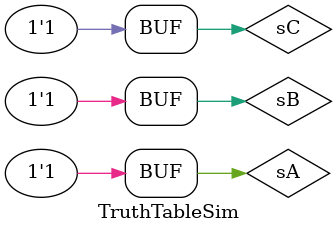
<source format=sv>
`timescale 1ns / 1ps


module TruthTableSim();

logic sA,sB,sC,sX,sY;

TruthTable_module UUT(
.A(sA), .B(sB), .C(sC), .X(sX), .Y(sY));

initial begin
sA = 0; sB=0; sC=0;
#10;
sC=1;
#10;
sC=0; sB=1;
#10;
sB=1; sC=1;
#10;
sA=1; sB=0; sC=0;
#10;
sC=1;
#10;
sC=0; sB=1;
#10;
sC=1;
end

endmodule

</source>
